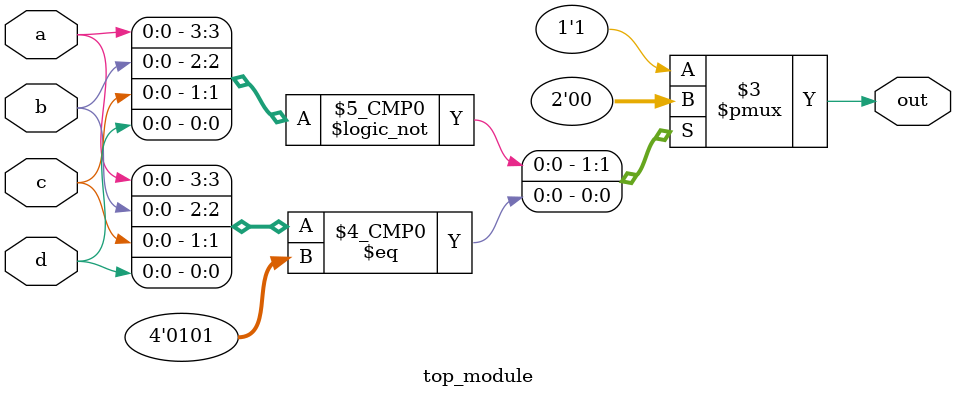
<source format=sv>
module top_module (
  input a,
  input b,
  input c,
  input d,
  output reg out
);

	always @(*)
	begin
		case({a, b, c, d})
			4'b0000:
				out = 1'b0;
			4'b0101:
				out = 1'b0;
			default:
				out = 1'b1;
		endcase
	end

endmodule

</source>
